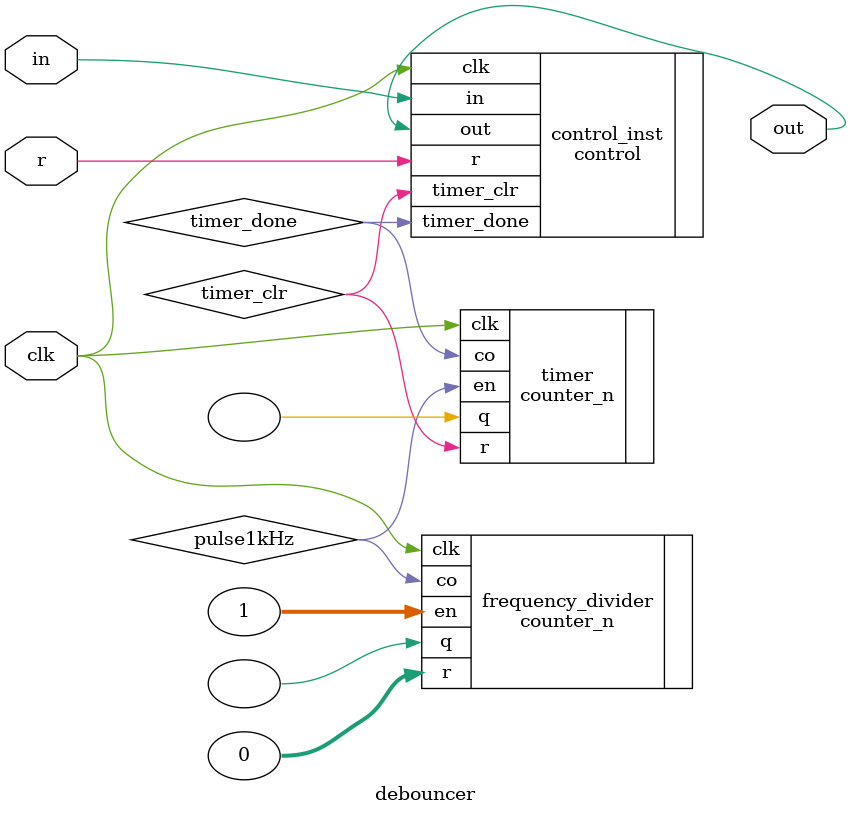
<source format=v>
module debouncer(clk, in, r, out); 
    parameter sim = 0;
    input clk, in, r; // Input signal declaration. Clock, Input, Reset
    output out; // Output signal declaration

    // Wire declarations for internal signals
    wire pulse1kHz, timer_done, timer_clr;
    
    // Frequency divider generates a 1 kHz pulse from the clock signal
    counter_n #(.n(sim?32:100000), .counter_bits(sim?6:17))frequency_divider(.clk(clk), .en(1), .r(0), .q(), .co(pulse1kHz));

    // Timer that's synced with the generated 1kHz pulse
    counter_n #(.n(10), .counter_bits(4))timer(.clk(clk), .en(pulse1kHz), .r(timer_clr), .q(), .co(timer_done));

    // Control unit to handle input and debouncing logic
    control control_inst(.clk(clk), .r(r), .in(in), .out(out), .timer_clr(timer_clr), .timer_done(timer_done));
endmodule 
</source>
